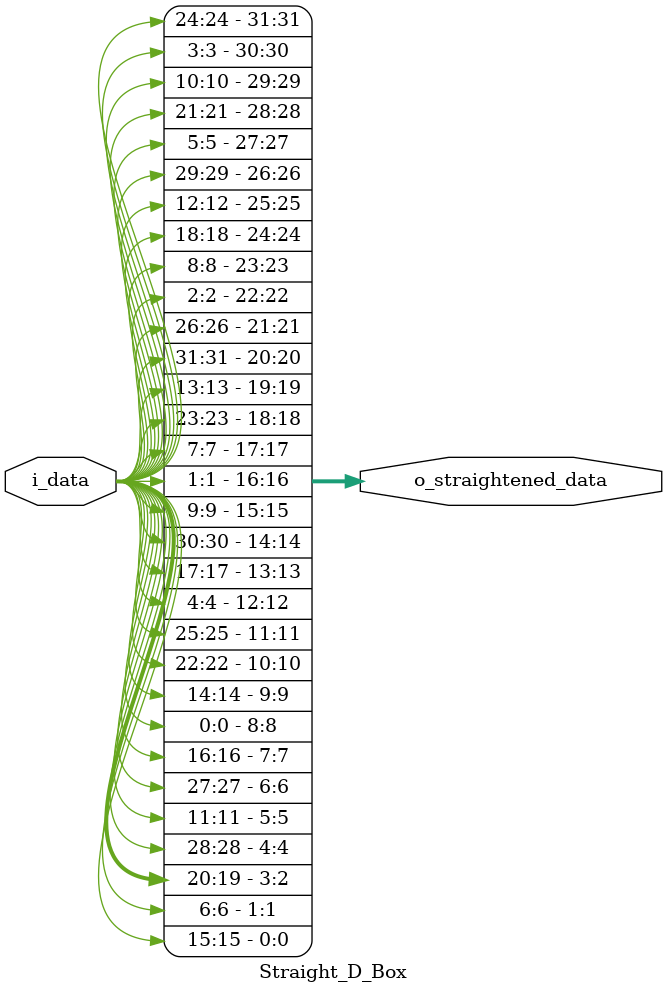
<source format=v>


module Straight_D_Box(
	input [31:0] i_data,
	output [31:0] o_straightened_data
	);
	
	// 1st byte
	assign o_straightened_data[0] = i_data[15];
	assign o_straightened_data[1] = i_data[6];
	assign o_straightened_data[2] = i_data[19];
	assign o_straightened_data[3] = i_data[20];
	assign o_straightened_data[4] = i_data[28];
	assign o_straightened_data[5] = i_data[11];
	assign o_straightened_data[6] = i_data[27];
	assign o_straightened_data[7] = i_data[16];
	
	// 2nd byte
	assign o_straightened_data[8] = i_data[0];
	assign o_straightened_data[9] = i_data[14];
	assign o_straightened_data[10] = i_data[22];
	assign o_straightened_data[11] = i_data[25];
	assign o_straightened_data[12] = i_data[4];
	assign o_straightened_data[13] = i_data[17];
	assign o_straightened_data[14] = i_data[30];
	assign o_straightened_data[15] = i_data[9];
	
	// 3rd byte
	assign o_straightened_data[16] = i_data[1];
	assign o_straightened_data[17] = i_data[7];
	assign o_straightened_data[18] = i_data[23];
	assign o_straightened_data[19] = i_data[13];
	assign o_straightened_data[20] = i_data[31];
	assign o_straightened_data[21] = i_data[26];
	assign o_straightened_data[22] = i_data[2];
	assign o_straightened_data[23] = i_data[8];
	
	// 4th byte
	assign o_straightened_data[24] = i_data[18];
	assign o_straightened_data[25] = i_data[12];
	assign o_straightened_data[26] = i_data[29];
	assign o_straightened_data[27] = i_data[5];
	assign o_straightened_data[28] = i_data[21];
	assign o_straightened_data[29] = i_data[10];
	assign o_straightened_data[30] = i_data[3];
	assign o_straightened_data[31] = i_data[24];
	
endmodule

</source>
